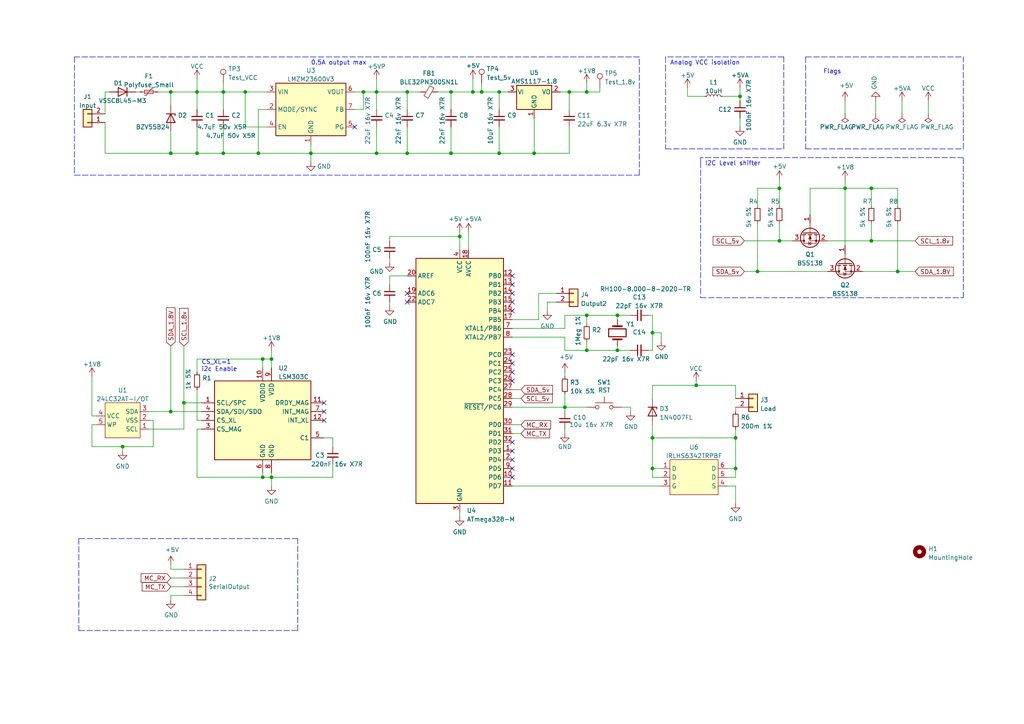
<source format=kicad_sch>
(kicad_sch (version 20211123) (generator eeschema)
  (paper "A4")
  (lib_symbols
    (symbol "24LC32AT-I{slash}OT_1"
      (property "Reference" "U" (at 0 6.35 0))
      (property "Value" "24LC32AT-I{slash}OT_1" (at 0.635 -6.35 0))
      (symbol "24LC32AT-I{slash}OT_1_1_1"
        (pin bidirectional line (at -7.62 2.54 0) (length 2.54) (name "SCL") (number "1"))
        (pin free line (at -7.62 0 0) (length 2.54) (name "VSS") (number "2"))
        (pin bidirectional line (at -7.62 -2.54 0) (length 2.54) (name "SDA") (number "3"))
        (pin power_in line (at 7.62 -1.27 180) (length 2.54) (name "VCC") (number "4"))
        (pin free line (at 7.62 1.27 180) (length 2.54) (name "WP") (number "5"))
      )
    )
    (symbol "Connector:TestPoint" (pin_numbers hide) (pin_names (offset 0.762) hide)
      (property "Reference" "TP" (at 0 6.858 0))
      (property "Value" "TestPoint" (at 0 5.08 0))
      (symbol "TestPoint_1_1"
        (pin passive line (at 0 0 90) (length 2.54) (name "1") (number "1"))
      )
    )
    (symbol "Connector_Generic:Conn_01x02" (pin_names (offset 1.016) hide)
      (property "Reference" "J" (at 0 2.54 0))
      (property "Value" "Conn_01x02" (at 0 -5.08 0))
      (symbol "Conn_01x02_1_1"
        (pin passive line (at -5.08 0 0) (length 3.81) (name "Pin_1") (number "1"))
        (pin passive line (at -5.08 -2.54 0) (length 3.81) (name "Pin_2") (number "2"))
      )
    )
    (symbol "Connector_Generic:Conn_01x04" (pin_names (offset 1.016) hide)
      (property "Reference" "J" (at 0 5.08 0))
      (property "Value" "Conn_01x04" (at 0 -7.62 0))
      (symbol "Conn_01x04_1_1"
        (pin passive line (at -5.08 2.54 0) (length 3.81) (name "Pin_1") (number "1"))
        (pin passive line (at -5.08 0 0) (length 3.81) (name "Pin_2") (number "2"))
        (pin passive line (at -5.08 -2.54 0) (length 3.81) (name "Pin_3") (number "3"))
        (pin passive line (at -5.08 -5.08 0) (length 3.81) (name "Pin_4") (number "4"))
      )
    )
    (symbol "Device:C_Small" (pin_numbers hide) (pin_names (offset 0.254) hide)
      (property "Reference" "C" (at 0.254 1.778 0))
      (property "Value" "C_Small" (at 0.254 -2.032 0))
      (symbol "C_Small_1_1"
        (pin passive line (at 0 2.54 270) (length 2.032) (name "~") (number "1"))
        (pin passive line (at 0 -2.54 90) (length 2.032) (name "~") (number "2"))
      )
    )
    (symbol "Device:Crystal" (pin_numbers hide) (pin_names (offset 1.016) hide)
      (property "Reference" "Y" (at 0 3.81 0))
      (property "Value" "Crystal" (at 0 -3.81 0))
      (symbol "Crystal_1_1"
        (pin passive line (at -3.81 0 0) (length 1.27) (name "1") (number "1"))
        (pin passive line (at 3.81 0 180) (length 1.27) (name "2") (number "2"))
      )
    )
    (symbol "Device:D_Zener" (pin_numbers hide) (pin_names (offset 1.016) hide)
      (property "Reference" "D" (at 0 2.54 0))
      (property "Value" "D_Zener" (at 0 -2.54 0))
      (symbol "D_Zener_1_1"
        (pin passive line (at -3.81 0 0) (length 2.54) (name "K") (number "1"))
        (pin passive line (at 3.81 0 180) (length 2.54) (name "A") (number "2"))
      )
    )
    (symbol "Device:FerriteBead_Small" (pin_numbers hide) (pin_names (offset 0))
      (property "Reference" "FB" (at 1.905 1.27 0))
      (property "Value" "FerriteBead_Small" (at 1.905 -1.27 0))
      (symbol "FerriteBead_Small_1_1"
        (pin passive line (at 0 2.54 270) (length 1.27) (name "~") (number "1"))
        (pin passive line (at 0 -2.54 90) (length 1.27) (name "~") (number "2"))
      )
    )
    (symbol "Device:L_Small" (pin_numbers hide) (pin_names (offset 0.254) hide)
      (property "Reference" "L" (at 0.762 1.016 0))
      (property "Value" "L_Small" (at 0.762 -1.016 0))
      (symbol "L_Small_1_1"
        (pin passive line (at 0 2.54 270) (length 0.508) (name "~") (number "1"))
        (pin passive line (at 0 -2.54 90) (length 0.508) (name "~") (number "2"))
      )
    )
    (symbol "Device:Polyfuse_Small" (pin_numbers hide) (pin_names (offset 0))
      (property "Reference" "F" (at -1.905 0 90))
      (property "Value" "Polyfuse_Small" (at 1.905 0 90))
      (symbol "Polyfuse_Small_1_1"
        (pin passive line (at 0 2.54 270) (length 0.635) (name "~") (number "1"))
        (pin passive line (at 0 -2.54 90) (length 0.635) (name "~") (number "2"))
      )
    )
    (symbol "Device:R_Small" (pin_numbers hide) (pin_names (offset 0.254) hide)
      (property "Reference" "R" (at 0.762 0.508 0))
      (property "Value" "R_Small" (at 0.762 -1.016 0))
      (symbol "R_Small_1_1"
        (pin passive line (at 0 2.54 270) (length 0.762) (name "~") (number "1"))
        (pin passive line (at 0 -2.54 90) (length 0.762) (name "~") (number "2"))
      )
    )
    (symbol "Diode:1N5400" (pin_numbers hide) (pin_names (offset 1.016) hide)
      (property "Reference" "D" (at 0 2.54 0))
      (property "Value" "1N5400" (at 0 -2.54 0))
      (symbol "1N5400_1_1"
        (pin passive line (at -3.81 0 0) (length 2.54) (name "K") (number "1"))
        (pin passive line (at 3.81 0 180) (length 2.54) (name "A") (number "2"))
      )
    )
    (symbol "Diode:BZV55B24" (pin_numbers hide) (pin_names (offset 1.016) hide)
      (property "Reference" "D" (at 0 2.54 0))
      (property "Value" "BZV55B24" (at 0 -2.54 0))
      (symbol "BZV55B24_1_1"
        (pin passive line (at -3.81 0 0) (length 2.54) (name "K") (number "1"))
        (pin passive line (at 3.81 0 180) (length 2.54) (name "A") (number "2"))
      )
    )
    (symbol "InfineonTechnologies:IRLHS6342TRPBF"
      (property "Reference" "U" (at 0 -3.81 0))
      (property "Value" "IRLHS6342TRPBF" (at 0 8.89 0))
      (symbol "IRLHS6342TRPBF_1_1"
        (pin free line (at -10.16 5.08 0) (length 2.54) (name "D") (number "1"))
        (pin free line (at -10.16 2.54 0) (length 2.54) (name "D") (number "2"))
        (pin free line (at -10.16 0 0) (length 2.54) (name "G") (number "3"))
        (pin free line (at 8.89 0 180) (length 2.54) (name "S") (number "4"))
        (pin free line (at 8.89 2.54 180) (length 2.54) (name "D") (number "5"))
        (pin free line (at 8.89 5.08 180) (length 2.54) (name "D") (number "6"))
      )
    )
    (symbol "MCU_Microchip_ATmega:ATmega328-M"
      (property "Reference" "U" (at -12.7 36.83 0))
      (property "Value" "ATmega328-M" (at 2.54 -36.83 0))
      (symbol "ATmega328-M_1_1"
        (pin bidirectional line (at 15.24 -20.32 180) (length 2.54) (name "PD3") (number "1"))
        (pin bidirectional line (at 15.24 -27.94 180) (length 2.54) (name "PD6") (number "10"))
        (pin bidirectional line (at 15.24 -30.48 180) (length 2.54) (name "PD7") (number "11"))
        (pin bidirectional line (at 15.24 30.48 180) (length 2.54) (name "PB0") (number "12"))
        (pin bidirectional line (at 15.24 27.94 180) (length 2.54) (name "PB1") (number "13"))
        (pin bidirectional line (at 15.24 25.4 180) (length 2.54) (name "PB2") (number "14"))
        (pin bidirectional line (at 15.24 22.86 180) (length 2.54) (name "PB3") (number "15"))
        (pin bidirectional line (at 15.24 20.32 180) (length 2.54) (name "PB4") (number "16"))
        (pin bidirectional line (at 15.24 17.78 180) (length 2.54) (name "PB5") (number "17"))
        (pin power_in line (at 2.54 38.1 270) (length 2.54) (name "AVCC") (number "18"))
        (pin input line (at -15.24 25.4 0) (length 2.54) (name "ADC6") (number "19"))
        (pin bidirectional line (at 15.24 -22.86 180) (length 2.54) (name "PD4") (number "2"))
        (pin passive line (at -15.24 30.48 0) (length 2.54) (name "AREF") (number "20"))
        (pin passive line (at 0 -38.1 90) (length 2.54) hide (name "GND") (number "21"))
        (pin input line (at -15.24 22.86 0) (length 2.54) (name "ADC7") (number "22"))
        (pin bidirectional line (at 15.24 7.62 180) (length 2.54) (name "PC0") (number "23"))
        (pin bidirectional line (at 15.24 5.08 180) (length 2.54) (name "PC1") (number "24"))
        (pin bidirectional line (at 15.24 2.54 180) (length 2.54) (name "PC2") (number "25"))
        (pin bidirectional line (at 15.24 0 180) (length 2.54) (name "PC3") (number "26"))
        (pin bidirectional line (at 15.24 -2.54 180) (length 2.54) (name "PC4") (number "27"))
        (pin bidirectional line (at 15.24 -5.08 180) (length 2.54) (name "PC5") (number "28"))
        (pin bidirectional line (at 15.24 -7.62 180) (length 2.54) (name "~{RESET}/PC6") (number "29"))
        (pin power_in line (at 0 -38.1 90) (length 2.54) (name "GND") (number "3"))
        (pin bidirectional line (at 15.24 -12.7 180) (length 2.54) (name "PD0") (number "30"))
        (pin bidirectional line (at 15.24 -15.24 180) (length 2.54) (name "PD1") (number "31"))
        (pin bidirectional line (at 15.24 -17.78 180) (length 2.54) (name "PD2") (number "32"))
        (pin passive line (at 0 -38.1 90) (length 2.54) hide (name "GND") (number "33"))
        (pin power_in line (at 0 38.1 270) (length 2.54) (name "VCC") (number "4"))
        (pin passive line (at 0 -38.1 90) (length 2.54) hide (name "GND") (number "5"))
        (pin passive line (at 0 38.1 270) (length 2.54) hide (name "VCC") (number "6"))
        (pin bidirectional line (at 15.24 15.24 180) (length 2.54) (name "XTAL1/PB6") (number "7"))
        (pin bidirectional line (at 15.24 12.7 180) (length 2.54) (name "XTAL2/PB7") (number "8"))
        (pin bidirectional line (at 15.24 -25.4 180) (length 2.54) (name "PD5") (number "9"))
      )
    )
    (symbol "Mechanical:MountingHole" (pin_names (offset 1.016))
      (property "Reference" "H" (at 0 5.08 0))
      (property "Value" "MountingHole" (at 0 3.175 0))
    )
    (symbol "Regulator_Linear:AMS1117-1.8" (pin_names (offset 0.254))
      (property "Reference" "U" (at -3.81 3.175 0))
      (property "Value" "AMS1117-1.8" (at 0 3.175 0))
      (symbol "AMS1117-1.8_1_1"
        (pin power_in line (at 0 -7.62 90) (length 2.54) (name "GND") (number "1"))
        (pin power_out line (at 7.62 0 180) (length 2.54) (name "VO") (number "2"))
        (pin power_in line (at -7.62 0 0) (length 2.54) (name "VI") (number "3"))
      )
    )
    (symbol "Regulator_Switching:LMZM23600V3"
      (property "Reference" "U" (at -8.89 8.89 0))
      (property "Value" "LMZM23600V3" (at 6.35 8.89 0))
      (symbol "LMZM23600V3_1_1"
        (pin power_in line (at 0 -10.16 90) (length 2.54) (name "GND") (number "1"))
        (pin no_connect line (at -2.54 -7.62 90) (length 2.54) hide (name "~") (number "10"))
        (pin passive line (at 0 -10.16 90) (length 2.54) hide (name "GND") (number "11"))
        (pin input line (at -12.7 0 0) (length 2.54) (name "MODE/SYNC") (number "2"))
        (pin power_in line (at -12.7 5.08 0) (length 2.54) (name "VIN") (number "3"))
        (pin input line (at -12.7 -5.08 0) (length 2.54) (name "EN") (number "4"))
        (pin open_collector line (at 12.7 -5.08 180) (length 2.54) (name "PG") (number "5"))
        (pin power_out line (at 12.7 5.08 180) (length 2.54) (name "VOUT") (number "6"))
        (pin input line (at 12.7 0 180) (length 2.54) (name "FB") (number "7"))
        (pin no_connect line (at 5.08 -7.62 90) (length 2.54) hide (name "~") (number "8"))
        (pin no_connect line (at 2.54 -7.62 90) (length 2.54) hide (name "~") (number "9"))
      )
    )
    (symbol "Sensor_Motion:LSM303C"
      (property "Reference" "U" (at -11.43 15.24 0))
      (property "Value" "LSM303C" (at -5.08 13.97 0))
      (symbol "LSM303C_1_1"
        (pin output line (at -17.78 5.08 0) (length 3.81) (name "SCL/SPC") (number "1"))
        (pin power_in line (at 0 15.24 270) (length 3.81) (name "VDDIO") (number "10"))
        (pin output line (at 17.78 5.08 180) (length 3.81) (name "DRDY_MAG") (number "11"))
        (pin output line (at 17.78 0 180) (length 3.81) (name "INT_XL") (number "12"))
        (pin input line (at -17.78 0 0) (length 3.81) (name "CS_XL") (number "2"))
        (pin input line (at -17.78 -2.54 0) (length 3.81) (name "CS_MAG") (number "3"))
        (pin bidirectional line (at -17.78 2.54 0) (length 3.81) (name "SDA/SDI/SDO") (number "4"))
        (pin passive line (at 17.78 -5.08 180) (length 3.81) (name "C1") (number "5"))
        (pin power_in line (at 0 -15.24 90) (length 3.81) (name "GND") (number "6"))
        (pin output line (at 17.78 2.54 180) (length 3.81) (name "INT_MAG") (number "7"))
        (pin power_in line (at 2.54 -15.24 90) (length 3.81) (name "GND") (number "8"))
        (pin power_in line (at 2.54 15.24 270) (length 3.81) (name "VDD") (number "9"))
      )
    )
    (symbol "Switch:SW_Push" (pin_numbers hide) (pin_names (offset 1.016) hide)
      (property "Reference" "SW" (at 1.27 2.54 0))
      (property "Value" "SW_Push" (at 0 -1.524 0))
      (symbol "SW_Push_0_1"
        (pin passive line (at -5.08 0 0) (length 2.54) (name "1") (number "1"))
        (pin passive line (at 5.08 0 180) (length 2.54) (name "2") (number "2"))
      )
    )
    (symbol "Transistor_FET:BSS138" (pin_names hide)
      (property "Reference" "Q" (at 5.08 1.905 0))
      (property "Value" "BSS138" (at 5.08 0 0))
      (symbol "BSS138_1_1"
        (pin input line (at -5.08 0 0) (length 2.54) (name "G") (number "1"))
        (pin passive line (at 2.54 -5.08 90) (length 2.54) (name "S") (number "2"))
        (pin passive line (at 2.54 5.08 270) (length 2.54) (name "D") (number "3"))
      )
    )
    (symbol "power:+1V8" (power) (pin_names (offset 0))
      (property "Value" "+1V8" (at 0 3.556 0))
      (symbol "+1V8_1_1"
        (pin power_in line (at 0 0 90) (length 0) hide (name "+1V8") (number "1"))
      )
    )
    (symbol "power:+5V" (power) (pin_names (offset 0))
      (property "Value" "+5V" (at 0 3.556 0))
      (symbol "+5V_1_1"
        (pin power_in line (at 0 0 90) (length 0) hide (name "+5V") (number "1"))
      )
    )
    (symbol "power:+5VA" (power) (pin_names (offset 0))
      (property "Value" "+5VA" (at 0 3.556 0))
      (symbol "+5VA_1_1"
        (pin power_in line (at 0 0 90) (length 0) hide (name "+5VA") (number "1"))
      )
    )
    (symbol "power:+5VP" (power) (pin_names (offset 0))
      (property "Value" "+5VP" (at 0 3.556 0))
      (symbol "+5VP_1_1"
        (pin power_in line (at 0 0 90) (length 0) hide (name "+5VP") (number "1"))
      )
    )
    (symbol "power:GND" (power) (pin_names (offset 0))
      (property "Value" "GND" (at 0 -3.81 0))
      (symbol "GND_1_1"
        (pin power_in line (at 0 0 270) (length 0) hide (name "GND") (number "1"))
      )
    )
    (symbol "power:PWR_FLAG" (power) (pin_numbers hide) (pin_names (offset 0) hide)
      (property "Value" "PWR_FLAG" (at 0 3.81 0))
      (symbol "PWR_FLAG_0_0"
        (pin power_out line (at 0 0 90) (length 0) (name "pwr") (number "1"))
      )
    )
    (symbol "power:VCC" (power) (pin_names (offset 0))
      (property "Value" "VCC" (at 0 3.81 0))
      (symbol "VCC_1_1"
        (pin power_in line (at 0 0 90) (length 0) hide (name "VCC") (number "1"))
      )
    )
  )
  (junction (at 64.77 44.45))
  (junction (at 252.73 54.61))
  (junction (at 118.11 44.45))
  (junction (at 49.53 119.38))
  (junction (at 130.81 26.67))
  (junction (at 165.1 26.67))
  (junction (at 201.93 111.76))
  (junction (at 163.83 118.11))
  (junction (at 189.23 96.52))
  (junction (at 154.94 44.45))
  (junction (at 226.06 54.61))
  (junction (at 49.53 44.45))
  (junction (at 71.12 26.67))
  (junction (at 118.11 26.67))
  (junction (at 189.23 127))
  (junction (at 170.18 101.6))
  (junction (at 90.17 44.45))
  (junction (at 109.22 26.67))
  (junction (at 137.16 26.67))
  (junction (at 179.07 101.6))
  (junction (at 139.7 26.67))
  (junction (at 78.74 138.43))
  (junction (at 213.36 127))
  (junction (at 53.34 116.84))
  (junction (at 57.15 26.67))
  (junction (at 144.78 26.67))
  (junction (at 105.41 26.67))
  (junction (at 78.74 104.14))
  (junction (at 130.81 44.45))
  (junction (at 49.53 26.67))
  (junction (at 74.93 44.45))
  (junction (at 109.22 44.45))
  (junction (at 219.71 78.74))
  (junction (at 179.07 91.44))
  (junction (at 170.18 91.44))
  (junction (at 252.73 69.85))
  (junction (at 226.06 69.85))
  (junction (at 35.56 129.54))
  (junction (at 189.23 135.89))
  (junction (at 133.35 68.58))
  (junction (at 170.18 26.67))
  (junction (at 144.78 44.45))
  (junction (at 76.2 138.43))
  (junction (at 245.11 54.61))
  (junction (at 260.35 78.74))
  (junction (at 64.77 26.67))
  (junction (at 57.15 44.45))
  (junction (at 76.2 104.14))
  (junction (at 214.63 27.94))
  (junction (at 213.36 135.89))
  (no_connect (at 148.59 107.95))
  (no_connect (at 148.59 130.81))
  (no_connect (at 148.59 128.27))
  (no_connect (at 148.59 90.17))
  (no_connect (at 148.59 87.63))
  (no_connect (at 148.59 85.09))
  (no_connect (at 148.59 82.55))
  (no_connect (at 148.59 80.01))
  (no_connect (at 148.59 138.43))
  (no_connect (at 148.59 135.89))
  (no_connect (at 148.59 133.35))
  (no_connect (at 102.87 36.83))
  (no_connect (at 148.59 102.87))
  (no_connect (at 148.59 105.41))
  (no_connect (at 148.59 110.49))
  (no_connect (at 118.11 87.63))
  (no_connect (at 118.11 85.09))
  (no_connect (at 93.98 116.84))
  (no_connect (at 93.98 121.92))
  (no_connect (at 93.98 119.38))
  (wire (pts (xy 234.95 62.23) (xy 234.95 54.61)))
  (wire (pts (xy 182.88 118.11) (xy 182.88 119.38)))
  (wire (pts (xy 102.87 31.75) (xy 105.41 31.75)))
  (wire (pts (xy 148.59 92.71) (xy 156.21 92.71)))
  (wire (pts (xy 213.36 138.43) (xy 213.36 135.89)))
  (wire (pts (xy 163.83 95.25) (xy 163.83 91.44)))
  (wire (pts (xy 163.83 91.44) (xy 170.18 91.44)))
  (wire (pts (xy 254 29.21) (xy 254 33.02)))
  (wire (pts (xy 105.41 26.67) (xy 109.22 26.67)))
  (wire (pts (xy 93.98 127) (xy 96.52 127)))
  (polyline (pts (xy 203.2 46.99) (xy 203.2 86.36)))
  (wire (pts (xy 78.74 138.43) (xy 78.74 137.16)))
  (wire (pts (xy 44.45 129.54) (xy 44.45 121.92)))
  (wire (pts (xy 260.35 78.74) (xy 265.43 78.74)))
  (wire (pts (xy 90.17 44.45) (xy 90.17 46.99)))
  (wire (pts (xy 219.71 54.61) (xy 226.06 54.61)))
  (wire (pts (xy 77.47 31.75) (xy 74.93 31.75)))
  (wire (pts (xy 209.55 27.94) (xy 214.63 27.94)))
  (wire (pts (xy 109.22 22.86) (xy 109.22 26.67)))
  (wire (pts (xy 53.34 116.84) (xy 53.34 124.46)))
  (wire (pts (xy 213.36 118.11) (xy 213.36 119.38)))
  (wire (pts (xy 189.23 91.44) (xy 189.23 96.52)))
  (polyline (pts (xy 185.42 50.8) (xy 185.42 16.51)))
  (wire (pts (xy 189.23 111.76) (xy 201.93 111.76)))
  (wire (pts (xy 245.11 54.61) (xy 252.73 54.61)))
  (wire (pts (xy 58.42 124.46) (xy 57.15 124.46)))
  (wire (pts (xy 130.81 36.83) (xy 130.81 44.45)))
  (polyline (pts (xy 185.42 16.51) (xy 25.4 16.51)))
  (wire (pts (xy 27.94 120.65) (xy 26.67 120.65)))
  (wire (pts (xy 39.37 26.67) (xy 40.64 26.67)))
  (wire (pts (xy 49.53 119.38) (xy 58.42 119.38)))
  (wire (pts (xy 58.42 121.92) (xy 57.15 121.92)))
  (wire (pts (xy 154.94 34.29) (xy 154.94 44.45)))
  (polyline (pts (xy 233.68 16.51) (xy 233.68 43.18)))
  (wire (pts (xy 113.03 80.01) (xy 118.11 80.01)))
  (polyline (pts (xy 227.33 43.18) (xy 227.33 16.51)))
  (wire (pts (xy 170.18 118.11) (xy 163.83 118.11)))
  (wire (pts (xy 49.53 170.18) (xy 53.34 170.18)))
  (wire (pts (xy 109.22 26.67) (xy 118.11 26.67)))
  (wire (pts (xy 269.24 29.21) (xy 269.24 33.02)))
  (wire (pts (xy 96.52 134.62) (xy 96.52 138.43)))
  (wire (pts (xy 163.83 118.11) (xy 163.83 119.38)))
  (wire (pts (xy 64.77 26.67) (xy 71.12 26.67)))
  (wire (pts (xy 71.12 26.67) (xy 77.47 26.67)))
  (wire (pts (xy 245.11 52.07) (xy 245.11 54.61)))
  (wire (pts (xy 30.48 35.56) (xy 30.48 44.45)))
  (wire (pts (xy 201.93 111.76) (xy 213.36 111.76)))
  (wire (pts (xy 71.12 36.83) (xy 77.47 36.83)))
  (wire (pts (xy 74.93 31.75) (xy 74.93 44.45)))
  (wire (pts (xy 191.77 138.43) (xy 189.23 138.43)))
  (wire (pts (xy 189.23 127) (xy 189.23 135.89)))
  (polyline (pts (xy 227.33 16.51) (xy 193.04 16.51)))
  (wire (pts (xy 57.15 26.67) (xy 64.77 26.67)))
  (wire (pts (xy 49.53 38.1) (xy 49.53 44.45)))
  (wire (pts (xy 105.41 31.75) (xy 105.41 26.67)))
  (wire (pts (xy 26.67 109.22) (xy 26.67 120.65)))
  (wire (pts (xy 170.18 99.06) (xy 170.18 101.6)))
  (wire (pts (xy 118.11 26.67) (xy 118.11 31.75)))
  (wire (pts (xy 245.11 29.21) (xy 245.11 33.02)))
  (wire (pts (xy 113.03 68.58) (xy 113.03 69.85)))
  (wire (pts (xy 260.35 59.69) (xy 260.35 54.61)))
  (wire (pts (xy 57.15 104.14) (xy 76.2 104.14)))
  (polyline (pts (xy 21.59 16.51) (xy 21.59 50.8)))
  (wire (pts (xy 148.59 95.25) (xy 163.83 95.25)))
  (wire (pts (xy 161.29 87.63) (xy 158.75 87.63)))
  (wire (pts (xy 127 26.67) (xy 130.81 26.67)))
  (wire (pts (xy 76.2 138.43) (xy 78.74 138.43)))
  (wire (pts (xy 210.82 138.43) (xy 213.36 138.43)))
  (wire (pts (xy 113.03 68.58) (xy 133.35 68.58)))
  (wire (pts (xy 78.74 138.43) (xy 78.74 140.97)))
  (wire (pts (xy 148.59 113.03) (xy 151.13 113.03)))
  (wire (pts (xy 113.03 82.55) (xy 113.03 80.01)))
  (wire (pts (xy 30.48 44.45) (xy 49.53 44.45)))
  (wire (pts (xy 219.71 59.69) (xy 219.71 54.61)))
  (wire (pts (xy 137.16 26.67) (xy 139.7 26.67)))
  (wire (pts (xy 215.9 78.74) (xy 219.71 78.74)))
  (wire (pts (xy 189.23 101.6) (xy 187.96 101.6)))
  (wire (pts (xy 165.1 26.67) (xy 170.18 26.67)))
  (wire (pts (xy 57.15 26.67) (xy 57.15 31.75)))
  (wire (pts (xy 148.59 115.57) (xy 151.13 115.57)))
  (wire (pts (xy 139.7 26.67) (xy 144.78 26.67)))
  (polyline (pts (xy 86.36 156.21) (xy 22.86 156.21)))
  (wire (pts (xy 57.15 36.83) (xy 57.15 44.45)))
  (wire (pts (xy 151.13 125.73) (xy 148.59 125.73)))
  (wire (pts (xy 204.47 27.94) (xy 199.39 27.94)))
  (wire (pts (xy 165.1 44.45) (xy 154.94 44.45)))
  (wire (pts (xy 144.78 26.67) (xy 147.32 26.67)))
  (wire (pts (xy 76.2 137.16) (xy 76.2 138.43)))
  (polyline (pts (xy 193.04 16.51) (xy 193.04 19.05)))
  (wire (pts (xy 53.34 167.64) (xy 49.53 167.64)))
  (wire (pts (xy 199.39 27.94) (xy 199.39 25.4)))
  (wire (pts (xy 130.81 44.45) (xy 144.78 44.45)))
  (polyline (pts (xy 22.86 156.21) (xy 22.86 182.88)))
  (wire (pts (xy 170.18 26.67) (xy 173.99 26.67)))
  (polyline (pts (xy 203.2 45.72) (xy 203.2 46.99)))
  (wire (pts (xy 158.75 87.63) (xy 158.75 90.17)))
  (wire (pts (xy 64.77 36.83) (xy 64.77 44.45)))
  (wire (pts (xy 57.15 124.46) (xy 57.15 138.43)))
  (wire (pts (xy 156.21 92.71) (xy 156.21 85.09)))
  (wire (pts (xy 226.06 64.77) (xy 226.06 69.85)))
  (wire (pts (xy 133.35 68.58) (xy 133.35 72.39)))
  (wire (pts (xy 30.48 26.67) (xy 31.75 26.67)))
  (wire (pts (xy 90.17 41.91) (xy 90.17 44.45)))
  (polyline (pts (xy 203.2 86.36) (xy 279.4 86.36)))
  (wire (pts (xy 189.23 138.43) (xy 189.23 135.89)))
  (polyline (pts (xy 22.86 182.88) (xy 86.36 182.88)))
  (wire (pts (xy 49.53 26.67) (xy 57.15 26.67)))
  (wire (pts (xy 44.45 121.92) (xy 43.18 121.92)))
  (wire (pts (xy 162.56 26.67) (xy 165.1 26.67)))
  (wire (pts (xy 226.06 54.61) (xy 226.06 59.69)))
  (wire (pts (xy 57.15 121.92) (xy 57.15 113.03)))
  (wire (pts (xy 163.83 101.6) (xy 170.18 101.6)))
  (wire (pts (xy 250.19 78.74) (xy 260.35 78.74)))
  (wire (pts (xy 35.56 129.54) (xy 35.56 130.81)))
  (wire (pts (xy 135.89 67.31) (xy 135.89 72.39)))
  (wire (pts (xy 151.13 123.19) (xy 148.59 123.19)))
  (wire (pts (xy 170.18 26.67) (xy 170.18 24.13)))
  (wire (pts (xy 49.53 100.33) (xy 49.53 119.38)))
  (wire (pts (xy 49.53 44.45) (xy 57.15 44.45)))
  (polyline (pts (xy 86.36 182.88) (xy 86.36 156.21)))
  (polyline (pts (xy 21.59 50.8) (xy 185.42 50.8)))
  (wire (pts (xy 163.83 97.79) (xy 163.83 101.6)))
  (wire (pts (xy 118.11 26.67) (xy 121.92 26.67)))
  (wire (pts (xy 170.18 91.44) (xy 179.07 91.44)))
  (wire (pts (xy 109.22 44.45) (xy 118.11 44.45)))
  (wire (pts (xy 78.74 104.14) (xy 78.74 106.68)))
  (wire (pts (xy 90.17 44.45) (xy 109.22 44.45)))
  (wire (pts (xy 165.1 36.83) (xy 165.1 44.45)))
  (wire (pts (xy 139.7 24.13) (xy 139.7 26.67)))
  (wire (pts (xy 189.23 111.76) (xy 189.23 115.57)))
  (wire (pts (xy 64.77 26.67) (xy 64.77 31.75)))
  (wire (pts (xy 182.88 101.6) (xy 179.07 101.6)))
  (wire (pts (xy 118.11 36.83) (xy 118.11 44.45)))
  (wire (pts (xy 240.03 69.85) (xy 252.73 69.85)))
  (wire (pts (xy 252.73 54.61) (xy 260.35 54.61)))
  (wire (pts (xy 71.12 26.67) (xy 71.12 36.83)))
  (wire (pts (xy 35.56 129.54) (xy 44.45 129.54)))
  (wire (pts (xy 53.34 172.72) (xy 49.53 172.72)))
  (wire (pts (xy 26.67 123.19) (xy 26.67 129.54)))
  (wire (pts (xy 173.99 26.67) (xy 173.99 25.4)))
  (wire (pts (xy 191.77 99.06) (xy 191.77 96.52)))
  (wire (pts (xy 148.59 140.97) (xy 191.77 140.97)))
  (wire (pts (xy 148.59 97.79) (xy 163.83 97.79)))
  (wire (pts (xy 170.18 101.6) (xy 179.07 101.6)))
  (polyline (pts (xy 193.04 43.18) (xy 227.33 43.18)))
  (wire (pts (xy 189.23 96.52) (xy 189.23 101.6)))
  (wire (pts (xy 252.73 64.77) (xy 252.73 69.85)))
  (wire (pts (xy 214.63 27.94) (xy 214.63 29.21)))
  (wire (pts (xy 45.72 26.67) (xy 49.53 26.67)))
  (polyline (pts (xy 25.4 16.51) (xy 21.59 16.51)))
  (wire (pts (xy 252.73 54.61) (xy 252.73 59.69)))
  (wire (pts (xy 64.77 24.13) (xy 64.77 26.67)))
  (wire (pts (xy 179.07 101.6) (xy 179.07 100.33)))
  (wire (pts (xy 260.35 64.77) (xy 260.35 78.74)))
  (wire (pts (xy 109.22 44.45) (xy 109.22 36.83)))
  (wire (pts (xy 74.93 44.45) (xy 90.17 44.45)))
  (polyline (pts (xy 193.04 19.05) (xy 193.04 43.18)))
  (wire (pts (xy 64.77 44.45) (xy 74.93 44.45)))
  (wire (pts (xy 191.77 96.52) (xy 189.23 96.52)))
  (wire (pts (xy 96.52 138.43) (xy 78.74 138.43)))
  (wire (pts (xy 49.53 26.67) (xy 49.53 30.48)))
  (wire (pts (xy 163.83 109.22) (xy 163.83 107.95)))
  (wire (pts (xy 137.16 22.86) (xy 137.16 26.67)))
  (wire (pts (xy 53.34 100.33) (xy 53.34 116.84)))
  (wire (pts (xy 226.06 52.07) (xy 226.06 54.61)))
  (wire (pts (xy 30.48 26.67) (xy 30.48 33.02)))
  (wire (pts (xy 43.18 119.38) (xy 49.53 119.38)))
  (wire (pts (xy 214.63 25.4) (xy 214.63 27.94)))
  (wire (pts (xy 179.07 91.44) (xy 179.07 92.71)))
  (wire (pts (xy 57.15 107.95) (xy 57.15 104.14)))
  (wire (pts (xy 245.11 54.61) (xy 245.11 71.12)))
  (wire (pts (xy 179.07 91.44) (xy 182.88 91.44)))
  (wire (pts (xy 57.15 22.86) (xy 57.15 26.67)))
  (wire (pts (xy 53.34 116.84) (xy 58.42 116.84)))
  (wire (pts (xy 213.36 124.46) (xy 213.36 127)))
  (wire (pts (xy 219.71 78.74) (xy 240.03 78.74)))
  (wire (pts (xy 189.23 123.19) (xy 189.23 127)))
  (wire (pts (xy 170.18 91.44) (xy 170.18 93.98)))
  (wire (pts (xy 213.36 135.89) (xy 210.82 135.89)))
  (wire (pts (xy 109.22 26.67) (xy 109.22 31.75)))
  (wire (pts (xy 213.36 140.97) (xy 213.36 146.05)))
  (wire (pts (xy 144.78 26.67) (xy 144.78 31.75)))
  (wire (pts (xy 252.73 69.85) (xy 265.43 69.85)))
  (wire (pts (xy 130.81 26.67) (xy 130.81 31.75)))
  (wire (pts (xy 27.94 123.19) (xy 26.67 123.19)))
  (wire (pts (xy 96.52 127) (xy 96.52 129.54)))
  (wire (pts (xy 49.53 172.72) (xy 49.53 173.99)))
  (wire (pts (xy 180.34 118.11) (xy 182.88 118.11)))
  (wire (pts (xy 187.96 91.44) (xy 189.23 91.44)))
  (wire (pts (xy 148.59 118.11) (xy 163.83 118.11)))
  (wire (pts (xy 234.95 54.61) (xy 245.11 54.61)))
  (wire (pts (xy 113.03 74.93) (xy 113.03 76.2)))
  (wire (pts (xy 213.36 115.57) (xy 213.36 111.76)))
  (wire (pts (xy 226.06 69.85) (xy 229.87 69.85)))
  (wire (pts (xy 163.83 114.3) (xy 163.83 118.11)))
  (wire (pts (xy 26.67 129.54) (xy 35.56 129.54)))
  (wire (pts (xy 49.53 163.83) (xy 49.53 165.1)))
  (wire (pts (xy 219.71 64.77) (xy 219.71 78.74)))
  (wire (pts (xy 189.23 127) (xy 213.36 127)))
  (wire (pts (xy 78.74 101.6) (xy 78.74 104.14)))
  (wire (pts (xy 214.63 34.29) (xy 214.63 36.83)))
  (wire (pts (xy 43.18 124.46) (xy 53.34 124.46)))
  (wire (pts (xy 57.15 138.43) (xy 76.2 138.43)))
  (polyline (pts (xy 279.4 45.72) (xy 203.2 45.72)))
  (wire (pts (xy 76.2 106.68) (xy 76.2 104.14)))
  (wire (pts (xy 163.83 124.46) (xy 163.83 125.73)))
  (polyline (pts (xy 233.68 43.18) (xy 279.4 43.18)))
  (wire (pts (xy 133.35 67.31) (xy 133.35 68.58)))
  (polyline (pts (xy 233.68 16.51) (xy 279.4 16.51)))
  (wire (pts (xy 57.15 44.45) (xy 64.77 44.45)))
  (wire (pts (xy 113.03 87.63) (xy 113.03 88.9)))
  (wire (pts (xy 154.94 44.45) (xy 144.78 44.45)))
  (wire (pts (xy 165.1 26.67) (xy 165.1 31.75)))
  (wire (pts (xy 189.23 135.89) (xy 191.77 135.89)))
  (wire (pts (xy 213.36 127) (xy 213.36 135.89)))
  (wire (pts (xy 49.53 165.1) (xy 53.34 165.1)))
  (wire (pts (xy 76.2 104.14) (xy 78.74 104.14)))
  (polyline (pts (xy 279.4 86.36) (xy 279.4 45.72)))
  (wire (pts (xy 261.62 29.21) (xy 261.62 33.02)))
  (polyline (pts (xy 279.4 43.18) (xy 279.4 16.51)))
  (wire (pts (xy 201.93 110.49) (xy 201.93 111.76)))
  (wire (pts (xy 210.82 140.97) (xy 213.36 140.97)))
  (wire (pts (xy 144.78 36.83) (xy 144.78 44.45)))
  (wire (pts (xy 133.35 148.59) (xy 133.35 149.86)))
  (wire (pts (xy 215.9 69.85) (xy 226.06 69.85)))
  (wire (pts (xy 130.81 26.67) (xy 137.16 26.67)))
  (wire (pts (xy 156.21 85.09) (xy 161.29 85.09)))
  (wire (pts (xy 102.87 26.67) (xy 105.41 26.67)))
  (wire (pts (xy 118.11 44.45) (xy 130.81 44.45)))
  (text "Analog VCC isolation" (at 194.31 19.05 0) (effects (font (size 1.27 1.27)) (justify left bottom)))
  (text "CS_XL=1\ni2c Enable\n" (at 58.42 107.95 0) (effects (font (size 1.27 1.27)) (justify left bottom)))
  (text "0.5A output max\n" (at 90.17 19.05 0) (effects (font (size 1.27 1.27)) (justify left bottom)))
  (text "I2C Level shifter" (at 204.47 48.26 0) (effects (font (size 1.27 1.27)) (justify left bottom)))
  (text "Flags\n" (at 238.76 21.59 0) (effects (font (size 1.27 1.27)) (justify left bottom)))
  (global_label "SCL_5v" (shape input) (at 215.9 69.85 180) (property "Intersheet References" "${INTERSHEET_REFS}" (effects hide)))
  (global_label "SDA_5v" (shape input) (at 151.13 113.03 0) (property "Intersheet References" "${INTERSHEET_REFS}" (effects hide)))
  (global_label "MC_RX" (shape input) (at 49.53 167.64 180) (property "Intersheet References" "${INTERSHEET_REFS}" (effects hide)))
  (global_label "SDA_1.8V" (shape input) (at 49.53 100.33 90) (property "Intersheet References" "${INTERSHEET_REFS}" (effects hide)))
  (global_label "SCL_1.8v" (shape input) (at 265.43 69.85 0) (property "Intersheet References" "${INTERSHEET_REFS}" (effects hide)))
  (global_label "MC_TX" (shape input) (at 49.53 170.18 180) (property "Intersheet References" "${INTERSHEET_REFS}" (effects hide)))
  (global_label "MC_TX" (shape input) (at 151.13 125.73 0) (property "Intersheet References" "${INTERSHEET_REFS}" (effects hide)))
  (global_label "SCL_1.8v" (shape input) (at 53.34 100.33 90) (property "Intersheet References" "${INTERSHEET_REFS}" (effects hide)))
  (global_label "SCL_5v" (shape input) (at 151.13 115.57 0) (property "Intersheet References" "${INTERSHEET_REFS}" (effects hide)))
  (global_label "SDA_5v" (shape input) (at 215.9 78.74 180) (property "Intersheet References" "${INTERSHEET_REFS}" (effects hide)))
  (global_label "MC_RX" (shape input) (at 151.13 123.19 0) (property "Intersheet References" "${INTERSHEET_REFS}" (effects hide)))
  (global_label "SDA_1.8V" (shape input) (at 265.43 78.74 0) (property "Intersheet References" "${INTERSHEET_REFS}" (effects hide)))
  (symbol (lib_id "power:VCC") (at 201.93 110.49 0) (unit 1)
    (property "Reference" "#PWR024" (effects hide))
    (property "Value" "VCC" (at 201.93 106.9142 0))
  )
  (symbol (lib_id "Device:C_Small") (at 165.1 34.29 0) (unit 1)
    (property "Reference" "C11" (at 167.4241 33.4616 0) (effects (justify left)))
    (property "Value" "22uF 6.3v X7R" (at 167.4241 35.9985 0) (effects (justify left)))
    (property "Footprint" "Capacitor_SMD:C_0805_2012Metric" (effects hide))
  )
  (symbol (lib_id "power:GND") (at 254 29.21 180) (unit 1)
    (property "Reference" "#PWR033" (effects hide))
    (property "Value" "GND" (at 253.5662 26.0351 90) (effects (justify right)))
  )
  (symbol (lib_id "Device:Crystal") (at 179.07 96.52 90) (unit 1)
    (property "Reference" "Y1" (at 181.61 93.98 90) (effects (justify right)))
    (property "Value" "RH100-8.000-8-2020-TR" (at 173.99 83.82 90) (effects (justify right)))
    (property "Footprint" "Crystal:Crystal_SMD_Abracon_ABM10-4Pin_2.5x2.0mm" (effects hide))
  )
  (symbol (lib_id "Device:R_Small") (at 163.83 111.76 0) (unit 1)
    (property "Reference" "R3" (at 165.3286 110.9253 0) (effects (justify left)))
    (property "Value" "10k 5%" (at 165.3286 113.4622 0) (effects (justify left)))
    (property "Footprint" "Resistor_SMD:R_0603_1608Metric" (effects hide))
  )
  (symbol (lib_id "Switch:SW_Push") (at 175.26 118.11 0) (unit 1)
    (property "Reference" "SW1" (at 175.26 110.871 0))
    (property "Value" "RST" (at 175.26 113.1824 0))
    (property "Footprint" "Button_Switch_SMD:SW_SPST_B3U-1000P" (effects hide))
  )
  (symbol (lib_id "power:+1V8") (at 170.18 24.13 0) (unit 1)
    (property "Reference" "#PWR018" (effects hide))
    (property "Value" "+1V8" (at 170.18 20.5542 0))
  )
  (symbol (lib_id "Connector_Generic:Conn_01x02") (at 218.44 115.57 0) (unit 1)
    (property "Reference" "J3" (at 220.472 116.0053 0) (effects (justify left)))
    (property "Value" "Load" (at 220.472 118.5422 0) (effects (justify left)))
    (property "Footprint" "TerminalBlock_Phoenix:TerminalBlock_Phoenix_MPT-0,5-2-2.54_1x02_P2.54mm_Horizontal" (effects hide))
  )
  (symbol (lib_id "power:+5V") (at 133.35 67.31 0) (unit 1)
    (property "Reference" "#PWR012" (effects hide))
    (property "Value" "+5V" (at 132.08 63.5 0))
  )
  (symbol (lib_id "Device:C_Small") (at 113.03 72.39 0) (unit 1)
    (property "Reference" "C5" (at 107.95 72.39 0) (effects (justify left)))
    (property "Value" "100nF 16v X7R" (at 106.68 76.2 90) (effects (justify left)))
    (property "Footprint" "Capacitor_SMD:C_0603_1608Metric" (effects hide))
  )
  (symbol (lib_name "24LC32AT-I{slash}OT_1") (lib_id "EEPROM_SOT23-5:24LC32AT-I{slash}OT") (at 35.56 121.92 180) (unit 1)
    (property "Reference" "U1" (at 35.56 113.191 0))
    (property "Value" "24LC32AT-I/OT" (at 35.56 115.7279 0))
    (property "Footprint" "Package_TO_SOT_SMD:SOT-23-5" (effects hide))
  )
  (symbol (lib_id "power:PWR_FLAG") (at 269.24 33.02 180) (unit 1)
    (property "Reference" "#FLG05" (effects hide))
    (property "Value" "PWR_FLAG" (at 271.78 36.83 0))
  )
  (symbol (lib_id "Device:C_Small") (at 130.81 34.29 0) (unit 1)
    (property "Reference" "C8" (at 133.1341 33.4616 0) (effects (justify left)))
    (property "Value" "22nF 16v X7R" (at 128.27 41.91 90) (effects (justify left)))
    (property "Footprint" "Capacitor_SMD:C_0603_1608Metric" (effects hide))
  )
  (symbol (lib_id "InfineonTechnologies:IRLHS6342TRPBF") (at 201.93 140.97 0) (unit 1)
    (property "Reference" "U6" (at 201.295 129.701 0))
    (property "Value" "IRLHS6342TRPBF" (at 201.295 132.2379 0))
    (property "Footprint" "Mosfet:TRANS_IRL100HS121" (effects hide))
  )
  (symbol (lib_id "Device:C_Small") (at 57.15 34.29 0) (unit 1)
    (property "Reference" "C1" (at 59.4741 33.4616 0) (effects (justify left)))
    (property "Value" "4.7uF 50v X5R" (at 57.15 36.83 0) (effects (justify left)))
    (property "Footprint" "Capacitor_SMD:C_1206_3216Metric" (effects hide))
  )
  (symbol (lib_id "Connector:TestPoint") (at 139.7 24.13 0) (unit 1)
    (property "Reference" "TP4" (at 141.097 19.9933 0) (effects (justify left)))
    (property "Value" "Test_5v" (at 141.097 22.5302 0) (effects (justify left)))
    (property "Footprint" "TestPoint:TestPoint_Pad_D1.0mm" (effects hide))
  )
  (symbol (lib_id "Regulator_Linear:AMS1117-1.8") (at 154.94 26.67 0) (unit 1)
    (property "Reference" "U5" (at 154.94 21.0652 0))
    (property "Value" "AMS1117-1.8" (at 154.94 23.6021 0))
    (property "Footprint" "Package_TO_SOT_SMD:SOT-223-3_TabPin2" (effects hide))
    (property "Datasheet" "http://www.advanced-monolithic.com/pdf/ds1117.pdf" (effects hide))
  )
  (symbol (lib_id "Device:R_Small") (at 226.06 62.23 0) (unit 1)
    (property "Reference" "R5" (at 223.52 58.42 0) (effects (justify left)))
    (property "Value" "5k 5%" (at 223.52 66.04 90) (effects (justify left)))
    (property "Footprint" "Resistor_SMD:R_0603_1608Metric" (effects hide))
  )
  (symbol (lib_id "Device:Polyfuse_Small") (at 43.18 26.67 90) (unit 1)
    (property "Reference" "F1" (at 43.18 22.0812 90))
    (property "Value" "Polyfuse_Small" (at 43.18 24.6181 90))
    (property "Footprint" "Capacitor_THT:C_Disc_D3.0mm_W1.6mm_P2.50mm" (effects hide))
  )
  (symbol (lib_id "Device:R_Small") (at 57.15 110.49 0) (unit 1)
    (property "Reference" "R1" (at 58.6486 109.6553 0) (effects (justify left)))
    (property "Value" "1k 5%" (at 54.61 113.03 90) (effects (justify left)))
    (property "Footprint" "Resistor_SMD:R_0603_1608Metric" (effects hide))
  )
  (symbol (lib_id "power:GND") (at 49.53 173.99 0) (unit 1)
    (property "Reference" "#PWR05" (effects hide))
    (property "Value" "GND" (at 49.657 178.3842 0))
  )
  (symbol (lib_id "power:+5VP") (at 109.22 22.86 0) (unit 1)
    (property "Reference" "#PWR09" (effects hide))
    (property "Value" "+5VP" (at 109.22 19.2842 0))
  )
  (symbol (lib_id "Device:C_Small") (at 185.42 91.44 90) (unit 1)
    (property "Reference" "C13" (at 185.4263 86.1781 90))
    (property "Value" "22pF 16v X7R" (at 185.4263 88.715 90))
    (property "Footprint" "Capacitor_SMD:C_0603_1608Metric" (effects hide))
  )
  (symbol (lib_id "Device:C_Small") (at 64.77 34.29 0) (unit 1)
    (property "Reference" "C2" (at 67.0941 33.4616 0) (effects (justify left)))
    (property "Value" "4.7uF 50v X5R" (at 59.69 39.37 0) (effects (justify left)))
    (property "Footprint" "Capacitor_SMD:C_1206_3216Metric" (effects hide))
  )
  (symbol (lib_id "Device:C_Small") (at 109.22 34.29 0) (unit 1)
    (property "Reference" "C4" (at 111.5441 33.4616 0) (effects (justify left)))
    (property "Value" "22uF 16v X7R" (at 106.68 41.91 90) (effects (justify left)))
    (property "Footprint" "Capacitor_SMD:C_0603_1608Metric" (effects hide))
  )
  (symbol (lib_id "power:+5VA") (at 135.89 67.31 0) (unit 1)
    (property "Reference" "#PWR014" (effects hide))
    (property "Value" "+5VA" (at 137.16 63.5 0))
  )
  (symbol (lib_id "Device:R_Small") (at 219.71 62.23 0) (unit 1)
    (property "Reference" "R4" (at 217.17 58.42 0) (effects (justify left)))
    (property "Value" "5k 5%" (at 217.17 66.04 90) (effects (justify left)))
    (property "Footprint" "Resistor_SMD:R_0603_1608Metric" (effects hide))
  )
  (symbol (lib_id "power:GND") (at 113.03 76.2 0) (unit 1)
    (property "Reference" "#PWR010" (effects hide))
    (property "Value" "GND" (at 109.22 78.74 0))
  )
  (symbol (lib_id "Device:FerriteBead_Small") (at 124.46 26.67 90) (unit 1)
    (property "Reference" "FB1" (at 124.4219 21.2684 90))
    (property "Value" "BLE32PN300SN1L" (at 124.4219 23.8053 90))
    (property "Footprint" "Resistor_SMD:R_1210_3225Metric_Pad1.30x2.65mm_HandSolder" (effects hide))
  )
  (symbol (lib_id "power:GND") (at 113.03 88.9 0) (unit 1)
    (property "Reference" "#PWR011" (effects hide))
    (property "Value" "GND" (at 113.157 93.2942 0))
  )
  (symbol (lib_id "Connector:TestPoint") (at 173.99 25.4 0) (unit 1)
    (property "Reference" "TP5" (at 175.387 21.2633 0) (effects (justify left)))
    (property "Value" "Test_1.8v" (at 175.387 23.8002 0) (effects (justify left)))
    (property "Footprint" "TestPoint:TestPoint_Pad_D1.0mm" (effects hide))
  )
  (symbol (lib_id "power:VCC") (at 269.24 29.21 0) (unit 1)
    (property "Reference" "#PWR032" (effects hide))
    (property "Value" "VCC" (at 269.24 25.6342 0))
  )
  (symbol (lib_id "Device:R_Small") (at 213.36 121.92 0) (unit 1)
    (property "Reference" "R6" (at 214.8586 121.0853 0) (effects (justify left)))
    (property "Value" "200m 1%" (at 214.8586 123.6222 0) (effects (justify left)))
    (property "Footprint" "Resistor_SMD:R_0603_1608Metric" (effects hide))
  )
  (symbol (lib_id "MCU_Microchip_ATmega:ATmega328-M") (at 133.35 110.49 0) (unit 1)
    (property "Reference" "U4" (at 135.3694 148.0804 0) (effects (justify left)))
    (property "Value" "ATmega328-M" (at 135.3694 150.6173 0) (effects (justify left)))
    (property "Footprint" "Package_DFN_QFN:QFN-32-1EP_5x5mm_P0.5mm_EP3.1x3.1mm" (effects hide))
    (property "Datasheet" "http://ww1.microchip.com/downloads/en/DeviceDoc/ATmega328_P%20AVR%20MCU%20with%20picoPower%20Technology%20Data%20Sheet%2040001984A.pdf" (effects hide))
  )
  (symbol (lib_id "power:PWR_FLAG") (at 261.62 33.02 180) (unit 1)
    (property "Reference" "#FLG04" (effects hide))
    (property "Value" "PWR_FLAG" (at 261.62 36.83 0))
  )
  (symbol (lib_id "Device:C_Small") (at 214.63 31.75 0) (unit 1)
    (property "Reference" "C12" (at 208.28 31.75 0) (effects (justify left)))
    (property "Value" "100nF 16v X7R" (at 217.17 38.1 90) (effects (justify left)))
    (property "Footprint" "Capacitor_SMD:C_0805_2012Metric" (effects hide))
  )
  (symbol (lib_id "power:+5V") (at 226.06 52.07 0) (unit 1)
    (property "Reference" "#PWR025" (effects hide))
    (property "Value" "+5V" (at 226.06 48.26 0))
  )
  (symbol (lib_id "Device:C_Small") (at 185.42 101.6 90) (unit 1)
    (property "Reference" "C14" (at 185.4263 96.3381 90))
    (property "Value" "22pF 16v X7R" (at 181.61 104.14 90))
    (property "Footprint" "Capacitor_SMD:C_0603_1608Metric" (effects hide))
  )
  (symbol (lib_id "power:GND") (at 158.75 90.17 0) (unit 1)
    (property "Reference" "#PWR0101" (effects hide))
    (property "Value" "GND" (at 158.75 94.6134 0))
  )
  (symbol (lib_id "power:GND") (at 191.77 99.06 0) (unit 1)
    (property "Reference" "#PWR019" (effects hide))
    (property "Value" "GND" (at 191.897 103.4542 0))
  )
  (symbol (lib_id "power:+5VA") (at 261.62 29.21 0) (unit 1)
    (property "Reference" "#PWR031" (effects hide))
    (property "Value" "+5VA" (at 261.62 25.6342 0))
  )
  (symbol (lib_id "power:+5VA") (at 214.63 25.4 0) (unit 1)
    (property "Reference" "#PWR022" (effects hide))
    (property "Value" "+5VA" (at 214.63 21.8242 0))
  )
  (symbol (lib_id "Device:C_Small") (at 96.52 132.08 0) (unit 1)
    (property "Reference" "C3" (at 91.44 132.08 0) (effects (justify left)))
    (property "Value" "220nF 16v X7R" (at 90.17 134.62 0) (effects (justify left)))
    (property "Footprint" "Capacitor_SMD:C_0805_2012Metric" (effects hide))
  )
  (symbol (lib_id "Device:L_Small") (at 207.01 27.94 90) (unit 1)
    (property "Reference" "L1" (at 207.01 23.8592 90))
    (property "Value" "10uH" (at 207.01 26.3961 90))
    (property "Footprint" "Inductor_SMD:L_0201_0603Metric" (effects hide))
  )
  (symbol (lib_id "power:+5V") (at 245.11 29.21 0) (unit 1)
    (property "Reference" "#PWR028" (effects hide))
    (property "Value" "+5V" (at 245.491 24.8158 0))
  )
  (symbol (lib_id "power:PWR_FLAG") (at 254 33.02 180) (unit 1)
    (property "Reference" "#FLG06" (effects hide))
    (property "Value" "PWR_FLAG" (at 256.54 36.83 0) (effects (justify left)))
  )
  (symbol (lib_id "power:+5V") (at 49.53 163.83 0) (unit 1)
    (property "Reference" "#PWR04" (effects hide))
    (property "Value" "+5V" (at 49.911 159.4358 0))
  )
  (symbol (lib_id "Device:C_Small") (at 163.83 121.92 0) (unit 1)
    (property "Reference" "C10" (at 166.1541 121.0916 0) (effects (justify left)))
    (property "Value" " 10u 16v X7R" (at 165.1 123.19 0) (effects (justify left)))
    (property "Footprint" "Capacitor_SMD:C_0805_2012Metric" (effects hide))
  )
  (symbol (lib_id "power:GND") (at 213.36 146.05 0) (unit 1)
    (property "Reference" "#PWR026" (effects hide))
    (property "Value" "GND" (at 213.36 150.4934 0))
  )
  (symbol (lib_id "Device:C_Small") (at 113.03 85.09 0) (unit 1)
    (property "Reference" "C6" (at 107.95 85.09 0) (effects (justify left)))
    (property "Value" "100nF 16v X7R" (at 106.68 95.25 90) (effects (justify left)))
    (property "Footprint" "Capacitor_SMD:C_0603_1608Metric" (effects hide))
  )
  (symbol (lib_id "power:GND") (at 182.88 119.38 0) (unit 1)
    (property "Reference" "#PWR020" (effects hide))
    (property "Value" "GND" (at 183.007 123.7742 0))
  )
  (symbol (lib_id "power:VCC") (at 57.15 22.86 0) (unit 1)
    (property "Reference" "#PWR03" (effects hide))
    (property "Value" "VCC" (at 57.15 19.2842 0))
  )
  (symbol (lib_id "Transistor_FET:BSS138") (at 245.11 76.2 90) (mirror x) (unit 1)
    (property "Reference" "Q2" (at 245.11 82.6754 90))
    (property "Value" "BSS138" (at 245.11 85.2123 90))
    (property "Footprint" "Package_TO_SOT_SMD:SOT-23" (effects hide))
    (property "Datasheet" "https://www.onsemi.com/pub/Collateral/BSS138-D.PDF" (effects hide))
  )
  (symbol (lib_id "power:+1V8") (at 245.11 52.07 0) (unit 1)
    (property "Reference" "#PWR029" (effects hide))
    (property "Value" "+1V8" (at 245.11 48.4942 0))
  )
  (symbol (lib_id "power:GND") (at 163.83 125.73 0) (unit 1)
    (property "Reference" "#PWR017" (effects hide))
    (property "Value" "GND" (at 163.83 129.54 0))
  )
  (symbol (lib_id "Mechanical:MountingHole") (at 266.7 160.02 0) (unit 1)
    (property "Reference" "H1" (at 269.24 159.1853 0) (effects (justify left)))
    (property "Value" "MountingHole" (at 269.24 161.7222 0) (effects (justify left)))
    (property "Footprint" "MountingHole:MountingHole_2.2mm_M2_DIN965_Pad" (effects hide))
  )
  (symbol (lib_id "power:+5V") (at 137.16 22.86 0) (unit 1)
    (property "Reference" "#PWR015" (effects hide))
    (property "Value" "+5V" (at 137.16 19.05 0))
  )
  (symbol (lib_id "power:+5V") (at 163.83 107.95 0) (unit 1)
    (property "Reference" "#PWR016" (effects hide))
    (property "Value" "+5V" (at 164.211 103.5558 0))
  )
  (symbol (lib_id "Device:D_Zener") (at 189.23 119.38 270) (unit 1)
    (property "Reference" "D3" (at 191.262 118.5453 90) (effects (justify left)))
    (property "Value" "1N4007FL" (at 191.262 121.0822 90) (effects (justify left)))
    (property "Footprint" "Diode_SMD:D_0805_2012Metric" (effects hide))
  )
  (symbol (lib_id "Connector_Generic:Conn_01x04") (at 58.42 167.64 0) (unit 1)
    (property "Reference" "J2" (at 60.452 167.8432 0) (effects (justify left)))
    (property "Value" "SerialOutput" (at 60.452 170.1546 0) (effects (justify left)))
    (property "Footprint" "TerminalBlock_Phoenix:TerminalBlock_Phoenix_MPT-0,5-4-2.54_1x04_P2.54mm_Horizontal" (effects hide))
  )
  (symbol (lib_id "power:PWR_FLAG") (at 245.11 33.02 180) (unit 1)
    (property "Reference" "#FLG02" (effects hide))
    (property "Value" "PWR_FLAG" (at 242.57 36.83 0))
  )
  (symbol (lib_id "Device:C_Small") (at 118.11 34.29 0) (unit 1)
    (property "Reference" "C7" (at 120.4341 33.4616 0) (effects (justify left)))
    (property "Value" "22nF 16v X7R" (at 115.57 41.91 90) (effects (justify left)))
    (property "Footprint" "Capacitor_SMD:C_0603_1608Metric" (effects hide))
  )
  (symbol (lib_id "Connector:TestPoint") (at 64.77 24.13 0) (unit 1)
    (property "Reference" "TP3" (at 66.167 19.9933 0) (effects (justify left)))
    (property "Value" "Test_VCC" (at 66.167 22.5302 0) (effects (justify left)))
    (property "Footprint" "TestPoint:TestPoint_Pad_D1.0mm" (effects hide))
  )
  (symbol (lib_id "Connector_Generic:Conn_01x02") (at 25.4 35.56 180) (unit 1)
    (property "Reference" "J1" (at 25.4 28.0502 0))
    (property "Value" "Input" (at 25.4 30.5871 0))
    (property "Footprint" "TerminalBlock_Phoenix:TerminalBlock_Phoenix_MPT-0,5-2-2.54_1x02_P2.54mm_Horizontal" (effects hide))
  )
  (symbol (lib_id "Device:R_Small") (at 252.73 62.23 0) (unit 1)
    (property "Reference" "R7" (at 250.19 58.42 0) (effects (justify left)))
    (property "Value" "5k 5%" (at 250.19 66.04 90) (effects (justify left)))
    (property "Footprint" "Resistor_SMD:R_0603_1608Metric" (effects hide))
  )
  (symbol (lib_id "power:GND") (at 133.35 149.86 0) (unit 1)
    (property "Reference" "#PWR013" (effects hide))
    (property "Value" "GND" (at 133.35 154.3034 0))
  )
  (symbol (lib_id "Device:R_Small") (at 260.35 62.23 0) (unit 1)
    (property "Reference" "R8" (at 257.81 58.42 0) (effects (justify left)))
    (property "Value" "5k 5%" (at 257.81 66.04 90) (effects (justify left)))
    (property "Footprint" "Resistor_SMD:R_0603_1608Metric" (effects hide))
  )
  (symbol (lib_id "Transistor_FET:BSS138") (at 234.95 67.31 90) (mirror x) (unit 1)
    (property "Reference" "Q1" (at 234.95 73.7854 90))
    (property "Value" "BSS138" (at 234.95 76.3223 90))
    (property "Footprint" "Package_TO_SOT_SMD:SOT-23" (effects hide))
    (property "Datasheet" "https://www.onsemi.com/pub/Collateral/BSS138-D.PDF" (effects hide))
  )
  (symbol (lib_id "power:GND") (at 78.74 140.97 0) (unit 1)
    (property "Reference" "#PWR07" (effects hide))
    (property "Value" "GND" (at 78.74 145.4134 0))
  )
  (symbol (lib_id "Diode:1N5400") (at 35.56 26.67 180) (unit 1)
    (property "Reference" "D1" (at 34.29 24.13 0))
    (property "Value" "VSSC8L45-M3" (at 35.56 29.21 0))
    (property "Footprint" "Diode_SMD:D_2512_6332Metric" (effects hide))
    (property "Datasheet" "http://www.vishay.com/docs/88516/1n5400.pdf" (effects hide))
  )
  (symbol (lib_id "Device:R_Small") (at 170.18 96.52 0) (unit 1)
    (property "Reference" "R2" (at 171.6786 95.6853 0) (effects (justify left)))
    (property "Value" "1Meg 1%" (at 167.64 100.33 90) (effects (justify left)))
    (property "Footprint" "Resistor_SMD:R_0603_1608Metric" (effects hide))
  )
  (symbol (lib_id "power:+1V8") (at 78.74 101.6 0) (unit 1)
    (property "Reference" "#PWR06" (effects hide))
    (property "Value" "+1V8" (at 78.74 98.0242 0))
  )
  (symbol (lib_id "Regulator_Switching:LMZM23600V3") (at 90.17 31.75 0) (unit 1)
    (property "Reference" "U3" (at 90.17 20.4302 0))
    (property "Value" "LMZM23600V3" (at 90.17 22.9671 0))
    (property "Footprint" "Package_LGA:Texas_SIL0010A_MicroSiP-10-1EP_3.8x3mm_P0.6mm_EP0.7x2.9mm_ThermalVias" (effects hide))
    (property "Datasheet" "http://www.ti.com/lit/ds/symlink/lmzm23600.pdf" (effects hide))
  )
  (symbol (lib_id "Connector_Generic:Conn_01x02") (at 166.37 85.09 0) (unit 1)
    (property "Reference" "J4" (at 168.402 85.5253 0) (effects (justify left)))
    (property "Value" "Output2" (at 168.402 88.0622 0) (effects (justify left)))
    (property "Footprint" "TerminalBlock_Phoenix:TerminalBlock_Phoenix_MPT-0,5-2-2.54_1x02_P2.54mm_Horizontal" (effects hide))
  )
  (symbol (lib_id "power:+5V") (at 199.39 25.4 0) (unit 1)
    (property "Reference" "#PWR021" (effects hide))
    (property "Value" "+5V" (at 199.39 21.8242 0))
  )
  (symbol (lib_id "Device:C_Small") (at 144.78 34.29 0) (unit 1)
    (property "Reference" "C9" (at 147.1041 33.4616 0) (effects (justify left)))
    (property "Value" "10uF 16v X7R" (at 142.24 41.91 90) (effects (justify left)))
    (property "Footprint" "Capacitor_SMD:C_0805_2012Metric" (effects hide))
  )
  (symbol (lib_id "power:GND") (at 214.63 36.83 0) (unit 1)
    (property "Reference" "#PWR023" (effects hide))
    (property "Value" "GND" (at 214.63 41.2734 0))
  )
  (symbol (lib_id "Diode:BZV55B24") (at 49.53 34.29 270) (unit 1)
    (property "Reference" "D2" (at 51.562 33.4553 90) (effects (justify left)))
    (property "Value" "BZV55B24" (at 39.37 36.83 90) (effects (justify left)))
    (property "Footprint" "Diode_SMD:D_MiniMELF" (effects hide))
    (property "Datasheet" "https://assets.nexperia.com/documents/data-sheet/BZV55_SER.pdf" (effects hide))
  )
  (symbol (lib_id "power:GND") (at 35.56 130.81 0) (unit 1)
    (property "Reference" "#PWR02" (effects hide))
    (property "Value" "GND" (at 35.56 135.2534 0))
  )
  (symbol (lib_id "Sensor_Motion:LSM303C") (at 76.2 121.92 0) (unit 1)
    (property "Reference" "U2" (at 80.7594 106.7902 0) (effects (justify left)))
    (property "Value" "LSM303C" (at 80.7594 109.3271 0) (effects (justify left)))
    (property "Footprint" "Package_LGA:LGA-12_2x2mm_P0.5mm" (effects hide))
    (property "Datasheet" "www.st.com/resource/en/datasheet/lsm303c.pdf" (effects hide))
  )
  (symbol (lib_id "power:+1V8") (at 26.67 109.22 0) (unit 1)
    (property "Reference" "#PWR01" (effects hide))
    (property "Value" "+1V8" (at 26.67 105.6442 0))
  )
  (symbol (lib_id "power:GND") (at 90.17 46.99 0) (unit 1)
    (property "Reference" "#PWR08" (effects hide))
    (property "Value" "GND" (at 93.98 48.26 0))
  )
)
</source>
